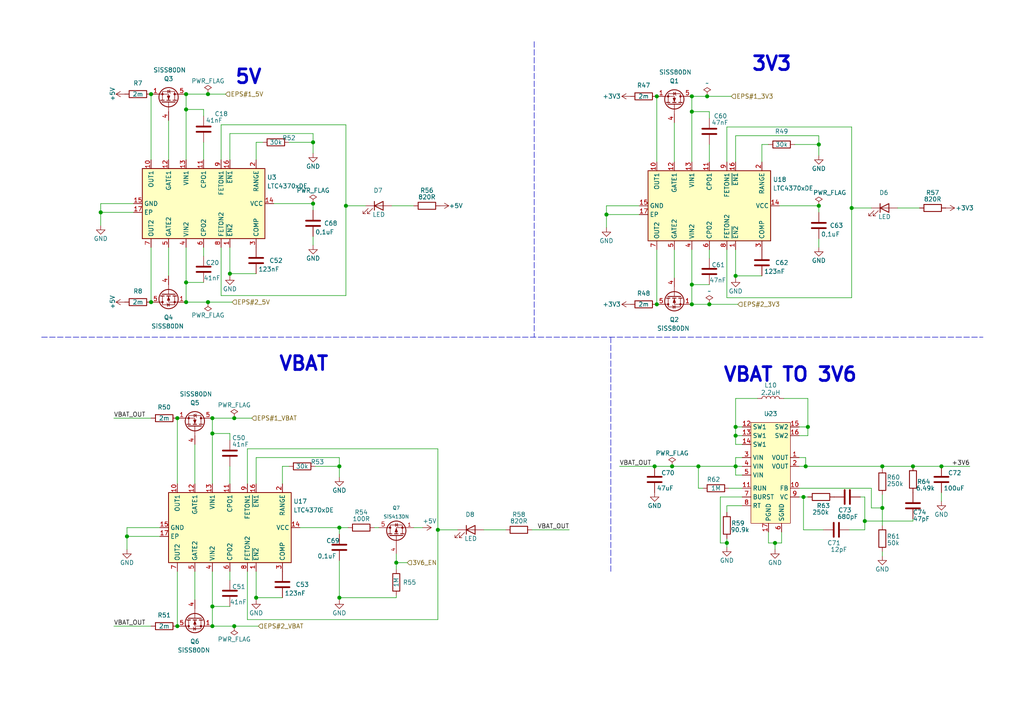
<source format=kicad_sch>
(kicad_sch (version 20210621) (generator eeschema)
  (paper "A4")
  (lib_symbols
    (symbol "Device:C" (pin_numbers hide) (pin_names (offset 0.254))
      (property "Reference" "C" (at 0.635 2.54 0))
      (property "Value" "C" (at 0.635 -2.54 0))
      (symbol "C_0_1"
        (polyline (pts (xy -2.032 -0.762) (xy 2.032 -0.762)) (stroke (width 0.508)))
        (polyline (pts (xy -2.032 0.762) (xy 2.032 0.762)) (stroke (width 0.508)))
      )
      (symbol "C_1_1"
        (pin passive line (at 0 3.81 270) (length 2.794) (name "~") (number "1"))
        (pin passive line (at 0 -3.81 90) (length 2.794) (name "~") (number "2"))
      )
    )
    (symbol "Device:L" (pin_numbers hide) (pin_names (offset 1.016) hide)
      (property "Reference" "L" (at -1.27 0 90))
      (property "Value" "L" (at 1.905 0 90))
      (symbol "L_0_1"
        (arc (start 0 -2.54) (end 0 -1.27) (radius (at 0 -1.905) (length 0.635) (angles -89.9 89.9)))
        (arc (start 0 -1.27) (end 0 0) (radius (at 0 -0.635) (length 0.635) (angles -89.9 89.9)))
        (arc (start 0 0) (end 0 1.27) (radius (at 0 0.635) (length 0.635) (angles -89.9 89.9)))
        (arc (start 0 1.27) (end 0 2.54) (radius (at 0 1.905) (length 0.635) (angles -89.9 89.9)))
      )
      (symbol "L_1_1"
        (pin passive line (at 0 3.81 270) (length 1.27) (name "1") (number "1"))
        (pin passive line (at 0 -3.81 90) (length 1.27) (name "2") (number "2"))
      )
    )
    (symbol "Device:LED" (pin_numbers hide) (pin_names (offset 1.016) hide)
      (property "Reference" "D" (at 0 2.54 0))
      (property "Value" "LED" (at 0 -2.54 0))
      (symbol "LED_0_1"
        (polyline (pts (xy -1.27 -1.27) (xy -1.27 1.27)) (stroke (width 0.254)))
        (polyline (pts (xy -1.27 0) (xy 1.27 0)))
        (polyline (pts (xy 1.27 -1.27) (xy 1.27 1.27) (xy -1.27 0) (xy 1.27 -1.27)) (stroke (width 0.254)))
        (polyline (pts (xy -3.048 -0.762) (xy -4.572 -2.286) (xy -3.81 -2.286) (xy -4.572 -2.286) (xy -4.572 -1.524)))
        (polyline (pts (xy -1.778 -0.762) (xy -3.302 -2.286) (xy -2.54 -2.286) (xy -3.302 -2.286) (xy -3.302 -1.524)))
      )
      (symbol "LED_1_1"
        (pin passive line (at -3.81 0 0) (length 2.54) (name "K") (number "1"))
        (pin passive line (at 3.81 0 180) (length 2.54) (name "A") (number "2"))
      )
    )
    (symbol "Device:R" (pin_numbers hide) (pin_names (offset 0))
      (property "Reference" "R" (at 2.032 0 90))
      (property "Value" "R" (at 0 0 90))
      (symbol "R_0_1"
        (rectangle (start -1.016 -2.54) (end 1.016 2.54) (stroke (width 0.254)))
      )
      (symbol "R_1_1"
        (pin passive line (at 0 3.81 270) (length 1.27) (name "~") (number "1"))
        (pin passive line (at 0 -3.81 90) (length 1.27) (name "~") (number "2"))
      )
    )
    (symbol "Power_Management:LTC4370xDE"
      (property "Reference" "U" (at -8.89 19.05 0))
      (property "Value" "LTC4370xDE" (at 7.62 19.05 0))
      (symbol "LTC4370xDE_0_1"
        (rectangle (start -10.16 17.78) (end 10.16 -17.78) (stroke (width 0.254)) (fill (type background)))
      )
      (symbol "LTC4370xDE_1_1"
        (pin input line (at 12.7 7.62 180) (length 2.54) (name "~{EN2}") (number "1"))
        (pin input line (at -12.7 -15.24 0) (length 2.54) (name "OUT1") (number "10"))
        (pin passive line (at -12.7 0 0) (length 2.54) (name "CPO1") (number "11"))
        (pin output line (at -12.7 -10.16 0) (length 2.54) (name "GATE1") (number "12"))
        (pin power_in line (at -12.7 -5.08 0) (length 2.54) (name "VIN1") (number "13"))
        (pin power_in line (at 0 20.32 270) (length 2.54) (name "VCC") (number "14"))
        (pin power_in line (at 0 -20.32 90) (length 2.54) (name "GND") (number "15"))
        (pin input line (at -12.7 7.62 0) (length 2.54) (name "~{EN1}") (number "16"))
        (pin passive line (at 2.54 -20.32 90) (length 2.54) (name "EP") (number "17"))
        (pin passive line (at -12.7 15.24 0) (length 2.54) (name "RANGE") (number "2"))
        (pin passive line (at 12.7 15.24 180) (length 2.54) (name "COMP") (number "3"))
        (pin power_in line (at 12.7 -5.08 180) (length 2.54) (name "VIN2") (number "4"))
        (pin output line (at 12.7 -10.16 180) (length 2.54) (name "GATE2") (number "5"))
        (pin passive line (at 12.7 0 180) (length 2.54) (name "CPO2") (number "6"))
        (pin input line (at 12.7 -15.24 180) (length 2.54) (name "OUT2") (number "7"))
        (pin open_collector line (at 12.7 5.08 180) (length 2.54) (name "FETON2") (number "8"))
        (pin open_collector line (at -12.7 5.08 0) (length 2.54) (name "FETON1") (number "9"))
      )
    )
    (symbol "TCY_transistors:SiS413DN" (pin_names hide)
      (property "Reference" "Q" (at 8.89 2.54 0))
      (property "Value" "SiS413DN" (at 8.89 0 0))
      (symbol "SiS413DN_0_1"
        (circle (center -0.889 0) (radius 2.794) (stroke (width 0.254)))
        (circle (center 0 -1.778) (radius 0.254) (fill (type outline)))
        (circle (center 0 1.778) (radius 0.254) (fill (type outline)))
        (polyline (pts (xy -2.286 0) (xy -5.08 0)))
        (polyline (pts (xy -2.286 1.905) (xy -2.286 -1.905)) (stroke (width 0.254)))
        (polyline (pts (xy -1.778 -1.27) (xy -1.778 -2.286)) (stroke (width 0.254)))
        (polyline (pts (xy -1.778 0.508) (xy -1.778 -0.508)) (stroke (width 0.254)))
        (polyline (pts (xy -1.778 2.286) (xy -1.778 1.27)) (stroke (width 0.254)))
        (polyline (pts (xy 0 2.54) (xy 0 1.778)))
        (polyline (pts (xy 0 -2.54) (xy 0 0) (xy -1.778 0)))
        (polyline (pts (xy -1.778 1.778) (xy 0.762 1.778) (xy 0.762 -1.778) (xy -1.778 -1.778)))
        (polyline (pts (xy 0.254 -0.508) (xy 0.381 -0.381) (xy 1.143 -0.381) (xy 1.27 -0.254)))
        (polyline (pts (xy 0.762 -0.381) (xy 0.381 0.254) (xy 1.143 0.254) (xy 0.762 -0.381)))
        (polyline (pts (xy -0.254 0) (xy -1.27 0.381) (xy -1.27 -0.381) (xy -0.254 0)) (fill (type outline)))
      )
      (symbol "SiS413DN_1_1"
        (pin passive line (at 0 -5.08 90) (length 2.54) (name "S") (number "1"))
        (pin passive line (at 0 -5.08 90) (length 2.54) hide (name "S") (number "2"))
        (pin passive line (at 0 -5.08 90) (length 2.54) hide (name "S") (number "3"))
        (pin passive line (at -7.62 0 0) (length 2.54) (name "G") (number "4"))
        (pin passive line (at 0 5.08 270) (length 2.54) (name "D") (number "5"))
      )
    )
    (symbol "Transistor_FET:SiS454DN" (pin_names hide)
      (property "Reference" "Q" (at 5.08 1.905 0))
      (property "Value" "SiS454DN" (at 5.08 0 0))
      (symbol "SiS454DN_0_1"
        (circle (center 1.651 0) (radius 2.794) (stroke (width 0.254)))
        (circle (center 2.54 -1.778) (radius 0.254) (fill (type outline)))
        (circle (center 2.54 1.778) (radius 0.254) (fill (type outline)))
        (polyline (pts (xy 0.254 0) (xy -2.54 0)))
        (polyline (pts (xy 0.254 1.905) (xy 0.254 -1.905)) (stroke (width 0.254)))
        (polyline (pts (xy 0.762 -1.27) (xy 0.762 -2.286)) (stroke (width 0.254)))
        (polyline (pts (xy 0.762 0.508) (xy 0.762 -0.508)) (stroke (width 0.254)))
        (polyline (pts (xy 0.762 2.286) (xy 0.762 1.27)) (stroke (width 0.254)))
        (polyline (pts (xy 2.54 2.54) (xy 2.54 1.778)))
        (polyline (pts (xy 2.54 -2.54) (xy 2.54 0) (xy 0.762 0)))
        (polyline (pts (xy 0.762 -1.778) (xy 3.302 -1.778) (xy 3.302 1.778) (xy 0.762 1.778)))
        (polyline (pts (xy 2.794 0.508) (xy 2.921 0.381) (xy 3.683 0.381) (xy 3.81 0.254)))
        (polyline (pts (xy 3.302 0.381) (xy 2.921 -0.254) (xy 3.683 -0.254) (xy 3.302 0.381)))
        (polyline (pts (xy 1.016 0) (xy 2.032 0.381) (xy 2.032 -0.381) (xy 1.016 0)) (fill (type outline)))
      )
      (symbol "SiS454DN_1_1"
        (pin passive line (at 2.54 -5.08 90) (length 2.54) (name "S") (number "1"))
        (pin passive line (at 2.54 -5.08 90) (length 2.54) hide (name "S") (number "2"))
        (pin passive line (at 2.54 -5.08 90) (length 2.54) hide (name "S") (number "3"))
        (pin input line (at -5.08 0 0) (length 2.54) (name "G") (number "4"))
        (pin passive line (at 2.54 5.08 270) (length 2.54) (name "D") (number "5"))
      )
    )
    (symbol "comm:LTC3113"
      (property "Reference" "U" (at 0 17.78 0))
      (property "Value" "LTC3113" (at 0 15.24 0))
      (symbol "LTC3113_0_1"
        (rectangle (start 6.35 -16.51) (end -5.08 12.7) (stroke (width 0.1524)) (fill (type background)))
      )
      (symbol "LTC3113_1_1"
        (pin power_out line (at 8.89 2.54 180) (length 2.54) (name "VOUT") (number "1"))
        (pin input line (at 8.89 -6.35 180) (length 2.54) (name "FB") (number "10"))
        (pin input line (at -7.62 -6.35 0) (length 2.54) (name "RUN") (number "11"))
        (pin input line (at -7.62 11.43 0) (length 2.54) (name "SW1") (number "12"))
        (pin input line (at -7.62 8.89 0) (length 2.54) (name "SW1") (number "13"))
        (pin input line (at -7.62 6.35 0) (length 2.54) (name "SW1") (number "14"))
        (pin input line (at 8.89 11.43 180) (length 2.54) (name "SW2") (number "15"))
        (pin input line (at 8.89 8.89 180) (length 2.54) (name "SW2") (number "16"))
        (pin power_out line (at 0 -19.05 90) (length 2.54) (name "PGND") (number "17"))
        (pin power_out line (at 8.89 0 180) (length 2.54) (name "VOUT") (number "2"))
        (pin power_in line (at -7.62 2.54 0) (length 2.54) (name "VIN") (number "3"))
        (pin power_in line (at -7.62 0 0) (length 2.54) (name "VIN") (number "4"))
        (pin power_in line (at -7.62 -2.54 0) (length 2.54) (name "VIN") (number "5"))
        (pin power_out line (at 3.81 -19.05 90) (length 2.54) (name "SGND") (number "6"))
        (pin input line (at -7.62 -8.89 0) (length 2.54) (name "BURST") (number "7"))
        (pin input line (at -7.62 -11.43 0) (length 2.54) (name "RT") (number "8"))
        (pin input line (at 8.89 -8.89 180) (length 2.54) (name "VC") (number "9"))
      )
    )
    (symbol "power:+3V3" (power) (pin_names (offset 0))
      (property "Value" "+3V3" (at 0 3.556 0))
      (symbol "+3V3_0_1"
        (polyline (pts (xy -0.762 1.27) (xy 0 2.54)))
        (polyline (pts (xy 0 0) (xy 0 2.54)))
        (polyline (pts (xy 0 2.54) (xy 0.762 1.27)))
      )
      (symbol "+3V3_1_1"
        (pin power_in line (at 0 0 90) (length 0) hide (name "+3V3") (number "1"))
      )
    )
    (symbol "power:+5V" (power) (pin_names (offset 0))
      (property "Value" "+5V" (at 0 3.556 0))
      (symbol "+5V_0_1"
        (polyline (pts (xy -0.762 1.27) (xy 0 2.54)))
        (polyline (pts (xy 0 0) (xy 0 2.54)))
        (polyline (pts (xy 0 2.54) (xy 0.762 1.27)))
      )
      (symbol "+5V_1_1"
        (pin power_in line (at 0 0 90) (length 0) hide (name "+5V") (number "1"))
      )
    )
    (symbol "power:GND" (power) (pin_names (offset 0))
      (property "Value" "GND" (at 0 -3.81 0))
      (symbol "GND_0_1"
        (polyline (pts (xy 0 0) (xy 0 -1.27) (xy 1.27 -1.27) (xy 0 -2.54) (xy -1.27 -1.27) (xy 0 -1.27)))
      )
      (symbol "GND_1_1"
        (pin power_in line (at 0 0 270) (length 0) hide (name "GND") (number "1"))
      )
    )
    (symbol "power:PWR_FLAG" (power) (pin_numbers hide) (pin_names (offset 0) hide)
      (property "Value" "PWR_FLAG" (at 0 3.81 0))
      (symbol "PWR_FLAG_0_0"
        (pin power_out line (at 0 0 90) (length 0) (name "pwr") (number "1"))
      )
      (symbol "PWR_FLAG_0_1"
        (polyline (pts (xy 0 0) (xy 0 1.27) (xy -1.016 1.905) (xy 0 2.54) (xy 1.016 1.905) (xy 0 1.27)))
      )
    )
  )
  (junction (at 29.21 61.595) (diameter 1.016))
  (junction (at 36.83 155.575) (diameter 1.016))
  (junction (at 43.815 27.305) (diameter 1.016))
  (junction (at 43.815 87.63) (diameter 1.016))
  (junction (at 51.435 121.285) (diameter 1.016))
  (junction (at 51.435 181.61) (diameter 1.016))
  (junction (at 53.975 27.305) (diameter 1.016))
  (junction (at 53.975 31.75) (diameter 1.016))
  (junction (at 53.975 81.915) (diameter 1.016))
  (junction (at 53.975 87.63) (diameter 1.016))
  (junction (at 60.325 27.305) (diameter 1.016))
  (junction (at 60.325 87.63) (diameter 1.016))
  (junction (at 61.595 121.285) (diameter 1.016))
  (junction (at 61.595 125.73) (diameter 1.016))
  (junction (at 61.595 175.895) (diameter 1.016))
  (junction (at 61.595 181.61) (diameter 1.016))
  (junction (at 66.675 79.375) (diameter 1.016))
  (junction (at 67.945 121.285) (diameter 1.016))
  (junction (at 67.945 181.61) (diameter 1.016))
  (junction (at 74.295 173.355) (diameter 1.016))
  (junction (at 90.805 41.275) (diameter 1.016))
  (junction (at 90.805 59.055) (diameter 1.016))
  (junction (at 98.425 135.255) (diameter 1.016))
  (junction (at 98.425 153.035) (diameter 1.016))
  (junction (at 98.425 173.355) (diameter 1.016))
  (junction (at 100.33 59.69) (diameter 1.016))
  (junction (at 114.935 163.195) (diameter 1.016))
  (junction (at 127 153.67) (diameter 1.016))
  (junction (at 175.895 62.23) (diameter 1.016))
  (junction (at 189.865 135.255) (diameter 1.016))
  (junction (at 190.5 27.94) (diameter 1.016))
  (junction (at 190.5 88.265) (diameter 1.016))
  (junction (at 194.945 135.255) (diameter 1.016))
  (junction (at 200.66 27.94) (diameter 1.016))
  (junction (at 200.66 32.385) (diameter 1.016))
  (junction (at 200.66 82.55) (diameter 1.016))
  (junction (at 200.66 88.265) (diameter 1.016))
  (junction (at 202.565 135.255) (diameter 1.016))
  (junction (at 205.105 27.94) (diameter 1.016))
  (junction (at 205.74 88.265) (diameter 1.016))
  (junction (at 210.82 157.48) (diameter 1.016))
  (junction (at 213.36 80.01) (diameter 1.016))
  (junction (at 213.36 123.825) (diameter 1.016))
  (junction (at 213.36 126.365) (diameter 1.016))
  (junction (at 213.36 135.255) (diameter 1.016))
  (junction (at 224.79 157.48) (diameter 1.016))
  (junction (at 233.045 144.145) (diameter 1.016))
  (junction (at 233.68 135.255) (diameter 1.016))
  (junction (at 234.315 123.825) (diameter 1.016))
  (junction (at 237.49 41.91) (diameter 1.016))
  (junction (at 237.49 59.69) (diameter 1.016))
  (junction (at 247.015 60.325) (diameter 1.016))
  (junction (at 250.825 151.13) (diameter 1.016))
  (junction (at 255.905 135.255) (diameter 1.016))
  (junction (at 255.905 147.32) (diameter 1.016))
  (junction (at 264.795 135.255) (diameter 1.016))
  (junction (at 273.05 135.255) (diameter 1.016))
  (wire (pts (xy 29.21 59.055) (xy 29.21 61.595)))
  (wire (pts (xy 29.21 61.595) (xy 29.21 65.405)))
  (wire (pts (xy 33.02 121.285) (xy 43.815 121.285)))
  (wire (pts (xy 33.02 181.61) (xy 43.815 181.61)))
  (wire (pts (xy 36.83 153.035) (xy 36.83 155.575)))
  (wire (pts (xy 36.83 155.575) (xy 36.83 159.385)))
  (wire (pts (xy 38.735 59.055) (xy 29.21 59.055)))
  (wire (pts (xy 38.735 61.595) (xy 29.21 61.595)))
  (wire (pts (xy 43.815 27.305) (xy 43.815 46.355)))
  (wire (pts (xy 43.815 71.755) (xy 43.815 87.63)))
  (wire (pts (xy 46.355 153.035) (xy 36.83 153.035)))
  (wire (pts (xy 46.355 155.575) (xy 36.83 155.575)))
  (wire (pts (xy 48.895 34.925) (xy 48.895 46.355)))
  (wire (pts (xy 48.895 71.755) (xy 48.895 80.01)))
  (wire (pts (xy 51.435 121.285) (xy 51.435 140.335)))
  (wire (pts (xy 51.435 165.735) (xy 51.435 181.61)))
  (wire (pts (xy 53.975 27.305) (xy 53.975 31.75)))
  (wire (pts (xy 53.975 27.305) (xy 60.325 27.305)))
  (wire (pts (xy 53.975 31.75) (xy 53.975 46.355)))
  (wire (pts (xy 53.975 71.755) (xy 53.975 81.915)))
  (wire (pts (xy 53.975 81.915) (xy 53.975 87.63)))
  (wire (pts (xy 53.975 81.915) (xy 59.055 81.915)))
  (wire (pts (xy 53.975 87.63) (xy 60.325 87.63)))
  (wire (pts (xy 56.515 128.905) (xy 56.515 140.335)))
  (wire (pts (xy 56.515 165.735) (xy 56.515 173.99)))
  (wire (pts (xy 59.055 31.75) (xy 53.975 31.75)))
  (wire (pts (xy 59.055 33.655) (xy 59.055 31.75)))
  (wire (pts (xy 59.055 41.275) (xy 59.055 46.355)))
  (wire (pts (xy 59.055 71.755) (xy 59.055 74.295)))
  (wire (pts (xy 60.325 27.305) (xy 65.405 27.305)))
  (wire (pts (xy 60.325 87.63) (xy 67.31 87.63)))
  (wire (pts (xy 61.595 121.285) (xy 61.595 125.73)))
  (wire (pts (xy 61.595 121.285) (xy 67.945 121.285)))
  (wire (pts (xy 61.595 125.73) (xy 61.595 140.335)))
  (wire (pts (xy 61.595 165.735) (xy 61.595 175.895)))
  (wire (pts (xy 61.595 175.895) (xy 61.595 181.61)))
  (wire (pts (xy 61.595 175.895) (xy 66.675 175.895)))
  (wire (pts (xy 61.595 181.61) (xy 67.945 181.61)))
  (wire (pts (xy 64.135 36.195) (xy 64.135 46.355)))
  (wire (pts (xy 64.135 36.195) (xy 100.33 36.195)))
  (wire (pts (xy 64.135 71.755) (xy 64.135 85.725)))
  (wire (pts (xy 64.135 85.725) (xy 100.33 85.725)))
  (wire (pts (xy 66.675 38.735) (xy 66.675 46.355)))
  (wire (pts (xy 66.675 38.735) (xy 90.805 38.735)))
  (wire (pts (xy 66.675 71.755) (xy 66.675 79.375)))
  (wire (pts (xy 66.675 79.375) (xy 66.675 80.01)))
  (wire (pts (xy 66.675 125.73) (xy 61.595 125.73)))
  (wire (pts (xy 66.675 127.635) (xy 66.675 125.73)))
  (wire (pts (xy 66.675 135.255) (xy 66.675 140.335)))
  (wire (pts (xy 66.675 165.735) (xy 66.675 168.275)))
  (wire (pts (xy 67.945 121.285) (xy 73.025 121.285)))
  (wire (pts (xy 67.945 181.61) (xy 74.93 181.61)))
  (wire (pts (xy 71.755 130.175) (xy 71.755 140.335)))
  (wire (pts (xy 71.755 130.175) (xy 127 130.175)))
  (wire (pts (xy 71.755 165.735) (xy 71.755 179.705)))
  (wire (pts (xy 71.755 179.705) (xy 127 179.705)))
  (wire (pts (xy 74.295 41.275) (xy 76.2 41.275)))
  (wire (pts (xy 74.295 46.355) (xy 74.295 41.275)))
  (wire (pts (xy 74.295 79.375) (xy 66.675 79.375)))
  (wire (pts (xy 74.295 132.715) (xy 74.295 140.335)))
  (wire (pts (xy 74.295 132.715) (xy 98.425 132.715)))
  (wire (pts (xy 74.295 165.735) (xy 74.295 173.355)))
  (wire (pts (xy 74.295 173.355) (xy 74.295 173.99)))
  (wire (pts (xy 79.375 59.055) (xy 90.805 59.055)))
  (wire (pts (xy 81.915 135.255) (xy 83.82 135.255)))
  (wire (pts (xy 81.915 140.335) (xy 81.915 135.255)))
  (wire (pts (xy 81.915 173.355) (xy 74.295 173.355)))
  (wire (pts (xy 83.82 41.275) (xy 90.805 41.275)))
  (wire (pts (xy 86.995 153.035) (xy 98.425 153.035)))
  (wire (pts (xy 90.805 38.735) (xy 90.805 41.275)))
  (wire (pts (xy 90.805 41.275) (xy 90.805 44.45)))
  (wire (pts (xy 90.805 59.055) (xy 90.805 60.96)))
  (wire (pts (xy 90.805 68.58) (xy 90.805 71.12)))
  (wire (pts (xy 91.44 135.255) (xy 98.425 135.255)))
  (wire (pts (xy 98.425 132.715) (xy 98.425 135.255)))
  (wire (pts (xy 98.425 135.255) (xy 98.425 138.43)))
  (wire (pts (xy 98.425 153.035) (xy 98.425 154.94)))
  (wire (pts (xy 98.425 153.035) (xy 100.965 153.035)))
  (wire (pts (xy 98.425 162.56) (xy 98.425 173.355)))
  (wire (pts (xy 98.425 173.355) (xy 98.425 173.99)))
  (wire (pts (xy 98.425 173.355) (xy 114.935 173.355)))
  (wire (pts (xy 100.33 36.195) (xy 100.33 59.69)))
  (wire (pts (xy 100.33 59.69) (xy 100.33 85.725)))
  (wire (pts (xy 106.045 59.69) (xy 100.33 59.69)))
  (wire (pts (xy 108.585 153.035) (xy 109.855 153.035)))
  (wire (pts (xy 113.665 59.69) (xy 120.015 59.69)))
  (wire (pts (xy 114.935 160.655) (xy 114.935 163.195)))
  (wire (pts (xy 114.935 163.195) (xy 114.935 165.1)))
  (wire (pts (xy 114.935 163.195) (xy 118.11 163.195)))
  (wire (pts (xy 114.935 172.72) (xy 114.935 173.355)))
  (wire (pts (xy 120.015 153.035) (xy 122.555 153.035)))
  (wire (pts (xy 127 130.175) (xy 127 153.67)))
  (wire (pts (xy 127 179.705) (xy 127 153.67)))
  (wire (pts (xy 132.715 153.67) (xy 127 153.67)))
  (wire (pts (xy 140.335 153.67) (xy 146.685 153.67)))
  (wire (pts (xy 165.1 153.67) (xy 154.305 153.67)))
  (wire (pts (xy 175.895 59.69) (xy 175.895 62.23)))
  (wire (pts (xy 175.895 62.23) (xy 175.895 66.04)))
  (wire (pts (xy 179.705 135.255) (xy 189.865 135.255)))
  (wire (pts (xy 185.42 59.69) (xy 175.895 59.69)))
  (wire (pts (xy 185.42 62.23) (xy 175.895 62.23)))
  (wire (pts (xy 189.865 135.255) (xy 194.945 135.255)))
  (wire (pts (xy 190.5 27.94) (xy 190.5 46.99)))
  (wire (pts (xy 190.5 72.39) (xy 190.5 88.265)))
  (wire (pts (xy 194.945 135.255) (xy 202.565 135.255)))
  (wire (pts (xy 195.58 35.56) (xy 195.58 46.99)))
  (wire (pts (xy 195.58 72.39) (xy 195.58 80.645)))
  (wire (pts (xy 200.66 27.94) (xy 200.66 32.385)))
  (wire (pts (xy 200.66 27.94) (xy 205.105 27.94)))
  (wire (pts (xy 200.66 32.385) (xy 200.66 46.99)))
  (wire (pts (xy 200.66 72.39) (xy 200.66 82.55)))
  (wire (pts (xy 200.66 82.55) (xy 200.66 88.265)))
  (wire (pts (xy 200.66 82.55) (xy 205.74 82.55)))
  (wire (pts (xy 200.66 88.265) (xy 205.74 88.265)))
  (wire (pts (xy 202.565 135.255) (xy 202.565 141.605)))
  (wire (pts (xy 202.565 135.255) (xy 213.36 135.255)))
  (wire (pts (xy 203.835 141.605) (xy 202.565 141.605)))
  (wire (pts (xy 205.105 27.94) (xy 212.09 27.94)))
  (wire (pts (xy 205.74 32.385) (xy 200.66 32.385)))
  (wire (pts (xy 205.74 34.29) (xy 205.74 32.385)))
  (wire (pts (xy 205.74 41.91) (xy 205.74 46.99)))
  (wire (pts (xy 205.74 72.39) (xy 205.74 74.93)))
  (wire (pts (xy 205.74 88.265) (xy 213.995 88.265)))
  (wire (pts (xy 208.915 144.145) (xy 208.915 157.48)))
  (wire (pts (xy 208.915 157.48) (xy 210.82 157.48)))
  (wire (pts (xy 210.82 36.83) (xy 210.82 46.99)))
  (wire (pts (xy 210.82 36.83) (xy 247.015 36.83)))
  (wire (pts (xy 210.82 72.39) (xy 210.82 86.36)))
  (wire (pts (xy 210.82 86.36) (xy 247.015 86.36)))
  (wire (pts (xy 210.82 146.685) (xy 215.265 146.685)))
  (wire (pts (xy 210.82 148.59) (xy 210.82 146.685)))
  (wire (pts (xy 210.82 156.21) (xy 210.82 157.48)))
  (wire (pts (xy 210.82 157.48) (xy 210.82 158.75)))
  (wire (pts (xy 211.455 141.605) (xy 215.265 141.605)))
  (wire (pts (xy 213.36 39.37) (xy 213.36 46.99)))
  (wire (pts (xy 213.36 39.37) (xy 237.49 39.37)))
  (wire (pts (xy 213.36 72.39) (xy 213.36 80.01)))
  (wire (pts (xy 213.36 80.01) (xy 213.36 80.645)))
  (wire (pts (xy 213.36 115.57) (xy 219.71 115.57)))
  (wire (pts (xy 213.36 123.825) (xy 213.36 115.57)))
  (wire (pts (xy 213.36 123.825) (xy 213.36 126.365)))
  (wire (pts (xy 213.36 126.365) (xy 213.36 128.905)))
  (wire (pts (xy 213.36 126.365) (xy 215.265 126.365)))
  (wire (pts (xy 213.36 132.715) (xy 213.36 135.255)))
  (wire (pts (xy 213.36 135.255) (xy 215.265 135.255)))
  (wire (pts (xy 213.36 137.795) (xy 213.36 135.255)))
  (wire (pts (xy 215.265 123.825) (xy 213.36 123.825)))
  (wire (pts (xy 215.265 128.905) (xy 213.36 128.905)))
  (wire (pts (xy 215.265 132.715) (xy 213.36 132.715)))
  (wire (pts (xy 215.265 137.795) (xy 213.36 137.795)))
  (wire (pts (xy 215.265 144.145) (xy 208.915 144.145)))
  (wire (pts (xy 220.98 41.91) (xy 222.885 41.91)))
  (wire (pts (xy 220.98 46.99) (xy 220.98 41.91)))
  (wire (pts (xy 220.98 80.01) (xy 213.36 80.01)))
  (wire (pts (xy 222.885 154.305) (xy 222.885 157.48)))
  (wire (pts (xy 222.885 157.48) (xy 224.79 157.48)))
  (wire (pts (xy 224.79 157.48) (xy 224.79 159.385)))
  (wire (pts (xy 224.79 157.48) (xy 226.695 157.48)))
  (wire (pts (xy 226.06 59.69) (xy 237.49 59.69)))
  (wire (pts (xy 226.695 154.305) (xy 226.695 157.48)))
  (wire (pts (xy 230.505 41.91) (xy 237.49 41.91)))
  (wire (pts (xy 231.775 123.825) (xy 234.315 123.825)))
  (wire (pts (xy 231.775 126.365) (xy 234.315 126.365)))
  (wire (pts (xy 231.775 132.715) (xy 233.68 132.715)))
  (wire (pts (xy 231.775 135.255) (xy 233.68 135.255)))
  (wire (pts (xy 231.775 141.605) (xy 252.73 141.605)))
  (wire (pts (xy 231.775 144.145) (xy 233.045 144.145)))
  (wire (pts (xy 233.045 144.145) (xy 233.045 153.67)))
  (wire (pts (xy 233.045 144.145) (xy 234.315 144.145)))
  (wire (pts (xy 233.68 132.715) (xy 233.68 135.255)))
  (wire (pts (xy 233.68 135.255) (xy 255.905 135.255)))
  (wire (pts (xy 234.315 115.57) (xy 227.33 115.57)))
  (wire (pts (xy 234.315 123.825) (xy 234.315 115.57)))
  (wire (pts (xy 234.315 126.365) (xy 234.315 123.825)))
  (wire (pts (xy 237.49 39.37) (xy 237.49 41.91)))
  (wire (pts (xy 237.49 41.91) (xy 237.49 45.085)))
  (wire (pts (xy 237.49 59.69) (xy 237.49 61.595)))
  (wire (pts (xy 237.49 69.215) (xy 237.49 71.755)))
  (wire (pts (xy 238.76 153.67) (xy 233.045 153.67)))
  (wire (pts (xy 246.38 153.67) (xy 250.825 153.67)))
  (wire (pts (xy 247.015 36.83) (xy 247.015 60.325)))
  (wire (pts (xy 247.015 60.325) (xy 247.015 86.36)))
  (wire (pts (xy 249.555 144.145) (xy 250.825 144.145)))
  (wire (pts (xy 250.825 144.145) (xy 250.825 151.13)))
  (wire (pts (xy 250.825 151.13) (xy 250.825 153.67)))
  (wire (pts (xy 250.825 151.13) (xy 264.795 151.13)))
  (wire (pts (xy 252.73 60.325) (xy 247.015 60.325)))
  (wire (pts (xy 252.73 141.605) (xy 252.73 147.32)))
  (wire (pts (xy 252.73 147.32) (xy 255.905 147.32)))
  (wire (pts (xy 255.905 135.255) (xy 255.905 135.89)))
  (wire (pts (xy 255.905 135.255) (xy 264.795 135.255)))
  (wire (pts (xy 255.905 143.51) (xy 255.905 147.32)))
  (wire (pts (xy 255.905 147.32) (xy 255.905 152.4)))
  (wire (pts (xy 255.905 160.02) (xy 255.905 161.29)))
  (wire (pts (xy 260.35 60.325) (xy 266.7 60.325)))
  (wire (pts (xy 264.795 135.255) (xy 273.05 135.255)))
  (wire (pts (xy 264.795 151.13) (xy 264.795 150.495)))
  (wire (pts (xy 273.05 135.255) (xy 281.305 135.255)))
  (wire (pts (xy 273.05 142.875) (xy 273.05 145.415)))
  (polyline (pts (xy 12.065 97.79) (xy 285.115 97.79)) (stroke (width 0) (type dash)))
  (polyline (pts (xy 154.94 12.065) (xy 154.94 97.79)) (stroke (width 0) (type dash)))
  (polyline (pts (xy 177.165 97.79) (xy 177.165 165.735)) (stroke (width 0) (type dash)))
  (text "5V" (at 67.945 24.765 0) (effects (font (size 4 4) (thickness 0.8) bold) (justify left bottom)))
  (text "VBAT" (at 80.645 107.95 0) (effects (font (size 4 4) (thickness 0.8) bold) (justify left bottom)))
  (text "VBAT TO 3V6" (at 209.55 111.125 0) (effects (font (size 4 4) (thickness 0.8) bold) (justify left bottom)))
  (text "3V3\n" (at 217.805 20.955 0) (effects (font (size 4 4) (thickness 0.8) bold) (justify left bottom)))
  (label "VBAT_OUT" (at 33.02 121.285 0))
  (label "VBAT_OUT" (at 33.02 181.61 0))
  (label "VBAT_OUT" (at 165.1 153.67 180))
  (label "VBAT_OUT" (at 179.705 135.255 0))
  (label "+3V6" (at 281.305 135.255 180))
  (hierarchical_label "EPS#1_5V" (shape input) (at 65.405 27.305 0))
  (hierarchical_label "EPS#2_5V" (shape input) (at 67.31 87.63 0))
  (hierarchical_label "EPS#1_VBAT" (shape input) (at 73.025 121.285 0))
  (hierarchical_label "EPS#2_VBAT" (shape input) (at 74.93 181.61 0))
  (hierarchical_label "3V6_EN" (shape input) (at 118.11 163.195 0))
  (hierarchical_label "EPS#1_3V3" (shape input) (at 212.09 27.94 0))
  (hierarchical_label "EPS#2_3V3" (shape input) (at 213.995 88.265 0))
  (symbol (lib_id "power:+5V") (at 36.195 27.305 90) (unit 1)
    (property "Reference" "#PWR05" (effects hide))
    (property "Value" "+5V" (at 32.639 27.305 0))
  )
  (symbol (lib_id "power:+5V") (at 36.195 87.63 90) (unit 1)
    (property "Reference" "#PWR06" (effects hide))
    (property "Value" "+5V" (at 32.639 87.63 0))
  )
  (symbol (lib_id "power:+5V") (at 122.555 153.035 270) (unit 1)
    (property "Reference" "#PWR014" (effects hide))
    (property "Value" "+5V" (at 122.555 151.1299 90) (effects (justify left)))
  )
  (symbol (lib_id "power:+5V") (at 127.635 59.69 270) (unit 1)
    (property "Reference" "#PWR015" (effects hide))
    (property "Value" "+5V" (at 130.175 59.6899 90) (effects (justify left)))
  )
  (symbol (lib_id "power:+3V3") (at 182.88 27.94 90) (unit 1)
    (property "Reference" "#PWR0159" (effects hide))
    (property "Value" "+3V3" (at 177.419 27.94 90))
  )
  (symbol (lib_id "power:+3V3") (at 182.88 88.265 90) (unit 1)
    (property "Reference" "#PWR0160" (effects hide))
    (property "Value" "+3V3" (at 177.419 88.265 90))
  )
  (symbol (lib_id "power:+3V3") (at 274.32 60.325 270) (unit 1)
    (property "Reference" "#PWR0164" (effects hide))
    (property "Value" "+3V3" (at 279.781 60.325 90))
  )
  (symbol (lib_id "power:PWR_FLAG") (at 60.325 27.305 0) (unit 1)
    (property "Reference" "#FLG02" (effects hide))
    (property "Value" "PWR_FLAG" (at 60.325 23.495 0))
  )
  (symbol (lib_id "power:PWR_FLAG") (at 60.325 87.63 180) (unit 1)
    (property "Reference" "#FLG03" (effects hide))
    (property "Value" "PWR_FLAG" (at 60.325 91.44 0))
  )
  (symbol (lib_id "power:PWR_FLAG") (at 67.945 121.285 0) (unit 1)
    (property "Reference" "#FLG04" (effects hide))
    (property "Value" "PWR_FLAG" (at 67.945 117.475 0))
  )
  (symbol (lib_id "power:PWR_FLAG") (at 67.945 181.61 180) (unit 1)
    (property "Reference" "#FLG05" (effects hide))
    (property "Value" "PWR_FLAG" (at 67.945 185.42 0))
  )
  (symbol (lib_id "power:PWR_FLAG") (at 90.805 59.055 0) (unit 1)
    (property "Reference" "#FLG06" (effects hide))
    (property "Value" "PWR_FLAG" (at 90.805 55.245 0))
  )
  (symbol (lib_id "power:PWR_FLAG") (at 194.945 135.255 0) (unit 1)
    (property "Reference" "#FLG0104" (effects hide))
    (property "Value" "PWR_FLAG" (at 194.945 131.445 0))
  )
  (symbol (lib_id "power:PWR_FLAG") (at 205.105 27.94 0) (unit 1)
    (property "Reference" "#FLG0105" (effects hide))
    (property "Value" "~" (at 205.105 24.13 0))
  )
  (symbol (lib_id "power:PWR_FLAG") (at 205.74 88.265 0) (unit 1)
    (property "Reference" "#FLG0106" (effects hide))
    (property "Value" "~" (at 205.74 84.455 0))
  )
  (symbol (lib_id "power:PWR_FLAG") (at 237.49 59.69 0) (unit 1)
    (property "Reference" "#FLG0107" (effects hide))
    (property "Value" "PWR_FLAG" (at 240.665 55.88 0))
  )
  (symbol (lib_id "power:GND") (at 29.21 65.405 0) (unit 1)
    (property "Reference" "#PWR04" (effects hide))
    (property "Value" "GND" (at 29.21 69.215 0))
  )
  (symbol (lib_id "power:GND") (at 36.83 159.385 0) (unit 1)
    (property "Reference" "#PWR07" (effects hide))
    (property "Value" "GND" (at 36.83 163.195 0))
  )
  (symbol (lib_id "power:GND") (at 66.675 80.01 0) (unit 1)
    (property "Reference" "#PWR08" (effects hide))
    (property "Value" "GND" (at 66.675 83.82 0))
  )
  (symbol (lib_id "power:GND") (at 74.295 173.99 0) (unit 1)
    (property "Reference" "#PWR09" (effects hide))
    (property "Value" "GND" (at 74.295 177.8 0))
  )
  (symbol (lib_id "power:GND") (at 90.805 44.45 0) (unit 1)
    (property "Reference" "#PWR010" (effects hide))
    (property "Value" "GND" (at 90.805 48.26 0))
  )
  (symbol (lib_id "power:GND") (at 90.805 71.12 0) (unit 1)
    (property "Reference" "#PWR011" (effects hide))
    (property "Value" "GND" (at 90.805 74.93 0))
  )
  (symbol (lib_id "power:GND") (at 98.425 138.43 0) (unit 1)
    (property "Reference" "#PWR012" (effects hide))
    (property "Value" "GND" (at 98.425 142.24 0))
  )
  (symbol (lib_id "power:GND") (at 98.425 173.99 0) (unit 1)
    (property "Reference" "#PWR013" (effects hide))
    (property "Value" "GND" (at 98.425 177.8 0))
  )
  (symbol (lib_id "power:GND") (at 175.895 66.04 0) (unit 1)
    (property "Reference" "#PWR0140" (effects hide))
    (property "Value" "GND" (at 175.895 69.85 0))
  )
  (symbol (lib_id "power:GND") (at 189.865 142.875 0) (unit 1)
    (property "Reference" "#PWR016" (effects hide))
    (property "Value" "GND" (at 189.865 146.685 0))
  )
  (symbol (lib_id "power:GND") (at 210.82 158.75 0) (unit 1)
    (property "Reference" "#PWR017" (effects hide))
    (property "Value" "GND" (at 210.82 162.56 0))
  )
  (symbol (lib_id "power:GND") (at 213.36 80.645 0) (unit 1)
    (property "Reference" "#PWR0163" (effects hide))
    (property "Value" "GND" (at 213.36 84.455 0))
  )
  (symbol (lib_id "power:GND") (at 224.79 159.385 0) (unit 1)
    (property "Reference" "#PWR018" (effects hide))
    (property "Value" "GND" (at 224.79 163.195 0))
  )
  (symbol (lib_id "power:GND") (at 237.49 45.085 0) (unit 1)
    (property "Reference" "#PWR0162" (effects hide))
    (property "Value" "GND" (at 237.49 48.895 0))
  )
  (symbol (lib_id "power:GND") (at 237.49 71.755 0) (unit 1)
    (property "Reference" "#PWR0161" (effects hide))
    (property "Value" "GND" (at 237.49 75.565 0))
  )
  (symbol (lib_id "power:GND") (at 255.905 161.29 0) (unit 1)
    (property "Reference" "#PWR019" (effects hide))
    (property "Value" "GND" (at 255.905 165.1 0))
  )
  (symbol (lib_id "power:GND") (at 273.05 145.415 0) (unit 1)
    (property "Reference" "#PWR020" (effects hide))
    (property "Value" "GND" (at 273.05 149.225 0))
  )
  (symbol (lib_id "Device:L") (at 223.52 115.57 90) (unit 1)
    (property "Reference" "L10" (at 223.52 111.7304 90))
    (property "Value" "2.2uH" (at 223.52 113.8705 90))
    (property "Footprint" "Inductor_SMD:L_0603_1608Metric" (effects hide))
  )
  (symbol (lib_id "Device:R") (at 40.005 27.305 90) (unit 1)
    (property "Reference" "R7" (at 40.005 24.13 90))
    (property "Value" "2m" (at 40.005 27.305 90))
    (property "Footprint" "Resistor_SMD:R_0603_1608Metric" (effects hide))
  )
  (symbol (lib_id "Device:R") (at 40.005 87.63 90) (unit 1)
    (property "Reference" "R8" (at 40.005 84.455 90))
    (property "Value" "2m" (at 40.005 87.63 90))
    (property "Footprint" "Resistor_SMD:R_0603_1608Metric" (effects hide))
  )
  (symbol (lib_id "Device:R") (at 47.625 121.285 90) (unit 1)
    (property "Reference" "R50" (at 47.625 118.11 90))
    (property "Value" "2m" (at 47.625 121.285 90))
    (property "Footprint" "Resistor_SMD:R_0603_1608Metric" (effects hide))
  )
  (symbol (lib_id "Device:R") (at 47.625 181.61 90) (unit 1)
    (property "Reference" "R51" (at 47.625 178.435 90))
    (property "Value" "2m" (at 47.625 181.61 90))
    (property "Footprint" "Resistor_SMD:R_0603_1608Metric" (effects hide))
  )
  (symbol (lib_id "Device:R") (at 80.01 41.275 270) (unit 1)
    (property "Reference" "R52" (at 83.82 40.005 90))
    (property "Value" "30k" (at 80.01 41.275 90))
    (property "Footprint" "Resistor_SMD:R_0603_1608Metric" (effects hide))
  )
  (symbol (lib_id "Device:R") (at 87.63 135.255 270) (unit 1)
    (property "Reference" "R53" (at 92.075 133.985 90))
    (property "Value" "30k" (at 87.63 135.255 90))
    (property "Footprint" "Resistor_SMD:R_0603_1608Metric" (effects hide))
  )
  (symbol (lib_id "Device:R") (at 104.775 153.035 90) (unit 1)
    (property "Reference" "R54" (at 104.775 148.59 90))
    (property "Value" "100R" (at 104.775 150.495 90))
    (property "Footprint" "Inductor_SMD:L_0603_1608Metric" (effects hide))
  )
  (symbol (lib_id "Device:R") (at 114.935 168.91 0) (unit 1)
    (property "Reference" "R55" (at 116.84 168.9099 0) (effects (justify left)))
    (property "Value" "1M" (at 114.935 168.91 90))
    (property "Footprint" "Inductor_SMD:L_0603_1608Metric" (effects hide))
  )
  (symbol (lib_id "Device:R") (at 123.825 59.69 90) (unit 1)
    (property "Reference" "R56" (at 123.825 55.245 90))
    (property "Value" "820R" (at 123.825 57.15 90))
    (property "Footprint" "Inductor_SMD:L_0603_1608Metric" (effects hide))
  )
  (symbol (lib_id "Device:R") (at 150.495 153.67 90) (unit 1)
    (property "Reference" "R58" (at 150.495 149.225 90))
    (property "Value" "820R" (at 150.495 151.13 90))
    (property "Footprint" "Inductor_SMD:L_0603_1608Metric" (effects hide))
  )
  (symbol (lib_id "Device:R") (at 186.69 27.94 90) (unit 1)
    (property "Reference" "R47" (at 186.69 24.765 90))
    (property "Value" "2m" (at 186.69 27.94 90))
    (property "Footprint" "Resistor_SMD:R_0603_1608Metric" (effects hide))
  )
  (symbol (lib_id "Device:R") (at 186.69 88.265 90) (unit 1)
    (property "Reference" "R48" (at 186.69 85.09 90))
    (property "Value" "2m" (at 186.69 88.265 90))
    (property "Footprint" "Resistor_SMD:R_0603_1608Metric" (effects hide))
  )
  (symbol (lib_id "Device:R") (at 207.645 141.605 90) (unit 1)
    (property "Reference" "R62" (at 208.9149 139.065 90) (effects (justify left)))
    (property "Value" "1M" (at 207.645 141.605 90))
    (property "Footprint" "Inductor_SMD:L_0603_1608Metric" (effects hide))
  )
  (symbol (lib_id "Device:R") (at 210.82 152.4 0) (unit 1)
    (property "Reference" "R59" (at 212.09 151.7649 0) (effects (justify left)))
    (property "Value" "90.9k" (at 214.63 153.67 0))
    (property "Footprint" "Inductor_SMD:L_0603_1608Metric" (effects hide))
  )
  (symbol (lib_id "Device:R") (at 226.695 41.91 270) (unit 1)
    (property "Reference" "R49" (at 226.695 38.1 90))
    (property "Value" "30k" (at 226.695 41.91 90))
    (property "Footprint" "Resistor_SMD:R_0603_1608Metric" (effects hide))
  )
  (symbol (lib_id "Device:R") (at 238.125 144.145 270) (unit 1)
    (property "Reference" "R63" (at 236.855 146.6851 90) (effects (justify left)))
    (property "Value" "250k" (at 235.585 148.5901 90) (effects (justify left)))
    (property "Footprint" "Inductor_SMD:L_0603_1608Metric" (effects hide))
  )
  (symbol (lib_id "Device:R") (at 255.905 139.7 0) (unit 1)
    (property "Reference" "R60" (at 257.175 138.4299 0) (effects (justify left)))
    (property "Value" "250k" (at 257.175 140.3349 0) (effects (justify left)))
    (property "Footprint" "Inductor_SMD:L_0603_1608Metric" (effects hide))
  )
  (symbol (lib_id "Device:R") (at 255.905 156.21 0) (unit 1)
    (property "Reference" "R61" (at 257.175 155.5749 0) (effects (justify left)))
    (property "Value" "50k" (at 259.08 157.48 0))
    (property "Footprint" "Inductor_SMD:L_0603_1608Metric" (effects hide))
  )
  (symbol (lib_id "Device:R") (at 264.795 139.065 180) (unit 1)
    (property "Reference" "R64" (at 269.8749 139.7 0) (effects (justify left)))
    (property "Value" "6.49k" (at 271.1449 141.605 0) (effects (justify left)))
    (property "Footprint" "Inductor_SMD:L_0603_1608Metric" (effects hide))
  )
  (symbol (lib_id "Device:R") (at 270.51 60.325 90) (unit 1)
    (property "Reference" "R57" (at 270.51 55.88 90))
    (property "Value" "820R" (at 270.51 57.785 90))
    (property "Footprint" "Inductor_SMD:L_0603_1608Metric" (effects hide))
  )
  (symbol (lib_id "Device:LED") (at 109.855 59.69 0) (unit 1)
    (property "Reference" "D7" (at 109.6645 55.245 0))
    (property "Value" "LED" (at 109.855 62.23 0))
    (property "Footprint" "LED_SMD:LED_0603_1608Metric" (effects hide))
  )
  (symbol (lib_id "Device:LED") (at 136.525 153.67 0) (unit 1)
    (property "Reference" "D8" (at 136.3345 149.225 0))
    (property "Value" "LED" (at 136.525 156.21 0))
    (property "Footprint" "LED_SMD:LED_0603_1608Metric" (effects hide))
  )
  (symbol (lib_id "Device:LED") (at 256.54 60.325 0) (unit 1)
    (property "Reference" "D6" (at 256.3495 55.88 0))
    (property "Value" "LED" (at 256.54 62.865 0))
    (property "Footprint" "LED_SMD:LED_0603_1608Metric" (effects hide))
  )
  (symbol (lib_id "Device:C") (at 59.055 37.465 0) (unit 1)
    (property "Reference" "C18" (at 62.23 33.0199 0) (effects (justify left)))
    (property "Value" "41nF" (at 59.69 34.925 0) (effects (justify left)))
    (property "Footprint" "Capacitor_SMD:C_0603_1608Metric" (effects hide))
  )
  (symbol (lib_id "Device:C") (at 59.055 78.105 0) (unit 1)
    (property "Reference" "C20" (at 59.69 76.1999 0) (effects (justify left)))
    (property "Value" "41nF" (at 59.055 80.645 0) (effects (justify left)))
    (property "Footprint" "Capacitor_SMD:C_0603_1608Metric" (effects hide))
  )
  (symbol (lib_id "Device:C") (at 66.675 131.445 0) (unit 1)
    (property "Reference" "C50" (at 67.31 126.9999 0) (effects (justify left)))
    (property "Value" "41nF" (at 67.31 128.905 0) (effects (justify left)))
    (property "Footprint" "Capacitor_SMD:C_0603_1608Metric" (effects hide))
  )
  (symbol (lib_id "Device:C") (at 66.675 172.085 0) (unit 1)
    (property "Reference" "C51" (at 67.31 170.1799 0) (effects (justify left)))
    (property "Value" "41nF" (at 66.675 174.625 0) (effects (justify left)))
    (property "Footprint" "Capacitor_SMD:C_0603_1608Metric" (effects hide))
  )
  (symbol (lib_id "Device:C") (at 74.295 75.565 0) (unit 1)
    (property "Reference" "C52" (at 78.105 75.5649 0) (effects (justify left)))
    (property "Value" "123nF" (at 74.93 78.105 0) (effects (justify left)))
    (property "Footprint" "Capacitor_SMD:C_0603_1608Metric" (effects hide))
  )
  (symbol (lib_id "Device:C") (at 81.915 169.545 0) (unit 1)
    (property "Reference" "C53" (at 85.725 169.5449 0) (effects (justify left)))
    (property "Value" "123nF" (at 82.55 172.085 0) (effects (justify left)))
    (property "Footprint" "Capacitor_SMD:C_0603_1608Metric" (effects hide))
  )
  (symbol (lib_id "Device:C") (at 90.805 64.77 0) (unit 1)
    (property "Reference" "C68" (at 93.98 64.7699 0) (effects (justify left)))
    (property "Value" "0,1uF" (at 91.44 67.31 0) (effects (justify left)))
    (property "Footprint" "Capacitor_SMD:C_0603_1608Metric" (effects hide))
  )
  (symbol (lib_id "Device:C") (at 98.425 158.75 0) (unit 1)
    (property "Reference" "C69" (at 94.615 156.8449 0) (effects (justify left)))
    (property "Value" "0,1uF" (at 92.075 161.29 0) (effects (justify left)))
    (property "Footprint" "Capacitor_SMD:C_0603_1608Metric" (effects hide))
  )
  (symbol (lib_id "Device:C") (at 189.865 139.065 0) (unit 1)
    (property "Reference" "C70" (at 191.77 137.1599 0) (effects (justify left)))
    (property "Value" "47uF" (at 190.5 141.605 0) (effects (justify left)))
    (property "Footprint" "Capacitor_SMD:C_0603_1608Metric" (effects hide))
  )
  (symbol (lib_id "Device:C") (at 205.74 38.1 0) (unit 1)
    (property "Reference" "C60" (at 207.01 33.6549 0) (effects (justify left)))
    (property "Value" "47nF" (at 206.375 35.56 0) (effects (justify left)))
    (property "Footprint" "Capacitor_SMD:C_0603_1608Metric" (effects hide))
  )
  (symbol (lib_id "Device:C") (at 205.74 78.74 0) (unit 1)
    (property "Reference" "C61" (at 206.375 76.8349 0) (effects (justify left)))
    (property "Value" "47nF" (at 205.74 81.28 0) (effects (justify left)))
    (property "Footprint" "Capacitor_SMD:C_0603_1608Metric" (effects hide))
  )
  (symbol (lib_id "Device:C") (at 220.98 76.2 0) (unit 1)
    (property "Reference" "C62" (at 224.79 76.1999 0) (effects (justify left)))
    (property "Value" "123nF" (at 221.615 78.74 0) (effects (justify left)))
    (property "Footprint" "Capacitor_SMD:C_0603_1608Metric" (effects hide))
  )
  (symbol (lib_id "Device:C") (at 237.49 65.405 0) (unit 1)
    (property "Reference" "C63" (at 240.665 65.4049 0) (effects (justify left)))
    (property "Value" "0,1uF" (at 238.125 67.945 0) (effects (justify left)))
    (property "Footprint" "Capacitor_SMD:C_0603_1608Metric" (effects hide))
  )
  (symbol (lib_id "Device:C") (at 242.57 153.67 90) (unit 1)
    (property "Reference" "C71" (at 243.8399 157.48 90) (effects (justify left)))
    (property "Value" "12pF" (at 245.745 159.385 90) (effects (justify left)))
    (property "Footprint" "Capacitor_SMD:C_0603_1608Metric" (effects hide))
  )
  (symbol (lib_id "Device:C") (at 245.745 144.145 90) (unit 1)
    (property "Reference" "C73" (at 247.0149 147.955 90) (effects (justify left)))
    (property "Value" "680pF" (at 248.92 149.86 90) (effects (justify left)))
    (property "Footprint" "Capacitor_SMD:C_0603_1608Metric" (effects hide))
  )
  (symbol (lib_id "Device:C") (at 264.795 146.685 0) (unit 1)
    (property "Reference" "C74" (at 264.795 148.5899 0) (effects (justify left)))
    (property "Value" "47pF" (at 264.795 150.495 0) (effects (justify left)))
    (property "Footprint" "Capacitor_SMD:C_0603_1608Metric" (effects hide))
  )
  (symbol (lib_id "Device:C") (at 273.05 139.065 0) (unit 1)
    (property "Reference" "C72" (at 274.955 137.1599 0) (effects (justify left)))
    (property "Value" "100uF" (at 273.685 141.605 0) (effects (justify left)))
    (property "Footprint" "Capacitor_SMD:C_0603_1608Metric" (effects hide))
  )
  (symbol (lib_id "Transistor_FET:SiS454DN") (at 48.895 29.845 270) (mirror x) (unit 1)
    (property "Reference" "Q3" (at 48.895 22.86 90))
    (property "Value" "SiSS80DN" (at 44.45 20.32 90) (effects (justify left)))
    (property "Footprint" "Package_SO:Vishay_PowerPAK_1212-8_Single" (effects hide))
    (property "Datasheet" "https://www.vishay.com/docs/66707/sis454dn.pdf" (effects hide))
  )
  (symbol (lib_id "Transistor_FET:SiS454DN") (at 48.895 85.09 90) (mirror x) (unit 1)
    (property "Reference" "Q4" (at 48.895 92.075 90))
    (property "Value" "SiSS80DN" (at 53.34 94.615 90) (effects (justify left)))
    (property "Footprint" "Package_SO:Vishay_PowerPAK_1212-8_Single" (effects hide))
    (property "Datasheet" "https://www.vishay.com/docs/66707/sis454dn.pdf" (effects hide))
  )
  (symbol (lib_id "Transistor_FET:SiS454DN") (at 56.515 123.825 270) (mirror x) (unit 1)
    (property "Reference" "Q5" (at 56.515 116.84 90))
    (property "Value" "SiSS80DN" (at 52.07 114.3 90) (effects (justify left)))
    (property "Footprint" "Package_SO:Vishay_PowerPAK_1212-8_Single" (effects hide))
    (property "Datasheet" "https://www.vishay.com/docs/66707/sis454dn.pdf" (effects hide))
  )
  (symbol (lib_id "Transistor_FET:SiS454DN") (at 56.515 179.07 90) (mirror x) (unit 1)
    (property "Reference" "Q6" (at 56.515 186.055 90))
    (property "Value" "SiSS80DN" (at 60.96 188.595 90) (effects (justify left)))
    (property "Footprint" "Package_SO:Vishay_PowerPAK_1212-8_Single" (effects hide))
    (property "Datasheet" "https://www.vishay.com/docs/66707/sis454dn.pdf" (effects hide))
  )
  (symbol (lib_id "TCY_transistors:SiS413DN") (at 114.935 153.035 90) (unit 1)
    (property "Reference" "Q7" (at 114.935 147.32 90) (effects (font (size 1 1))))
    (property "Value" "SiS413DN" (at 114.935 149.86 90) (effects (font (size 1 1))))
    (property "Footprint" "Package_SO:Vishay_PowerPAK_1212-8_Single" (effects hide))
    (property "Datasheet" "https://www.vishay.com/docs/63262/sis413dn.pdf" (effects hide))
  )
  (symbol (lib_id "Transistor_FET:SiS454DN") (at 195.58 30.48 270) (mirror x) (unit 1)
    (property "Reference" "Q1" (at 195.58 23.495 90))
    (property "Value" "SiSS80DN" (at 191.135 20.955 90) (effects (justify left)))
    (property "Footprint" "Package_SO:Vishay_PowerPAK_1212-8_Single" (effects hide))
    (property "Datasheet" "https://www.vishay.com/docs/66707/sis454dn.pdf" (effects hide))
  )
  (symbol (lib_id "Transistor_FET:SiS454DN") (at 195.58 85.725 90) (mirror x) (unit 1)
    (property "Reference" "Q2" (at 195.58 92.71 90))
    (property "Value" "SiSS80DN" (at 200.025 95.25 90) (effects (justify left)))
    (property "Footprint" "Package_SO:Vishay_PowerPAK_1212-8_Single" (effects hide))
    (property "Datasheet" "https://www.vishay.com/docs/66707/sis454dn.pdf" (effects hide))
  )
  (symbol (lib_id "comm:LTC3113") (at 222.885 135.255 0) (unit 1)
    (property "Reference" "U23" (at 223.52 120.015 0))
    (property "Value" "~" (at 222.885 120.015 0))
    (property "Footprint" "Package_DFN_QFN:DFN-16-1EP_4x5mm_P0.5mm_EP2.44x4.34mm" (effects hide))
  )
  (symbol (lib_id "Power_Management:LTC4370xDE") (at 59.055 59.055 270) (unit 1)
    (property "Reference" "U3" (at 77.47 51.4349 90) (effects (justify left)))
    (property "Value" "LTC4370xDE" (at 77.47 53.9749 90) (effects (justify left)))
    (property "Footprint" "Package_DFN_QFN:DFN-16-1EP_3x4mm_P0.45mm_EP1.7x3.3mm" (effects hide))
    (property "Datasheet" "https://www.analog.com/media/en/technical-documentation/data-sheets/4370f.pdf" (effects hide))
  )
  (symbol (lib_id "Power_Management:LTC4370xDE") (at 66.675 153.035 270) (unit 1)
    (property "Reference" "U17" (at 85.09 145.4149 90) (effects (justify left)))
    (property "Value" "LTC4370xDE" (at 85.09 147.9549 90) (effects (justify left)))
    (property "Footprint" "Package_DFN_QFN:DFN-16-1EP_3x4mm_P0.45mm_EP1.7x3.3mm" (effects hide))
    (property "Datasheet" "https://www.analog.com/media/en/technical-documentation/data-sheets/4370f.pdf" (effects hide))
  )
  (symbol (lib_id "Power_Management:LTC4370xDE") (at 205.74 59.69 270) (unit 1)
    (property "Reference" "U18" (at 224.155 52.0699 90) (effects (justify left)))
    (property "Value" "LTC4370xDE" (at 224.155 54.6099 90) (effects (justify left)))
    (property "Footprint" "Package_DFN_QFN:DFN-16-1EP_3x4mm_P0.45mm_EP1.7x3.3mm" (effects hide))
    (property "Datasheet" "https://www.analog.com/media/en/technical-documentation/data-sheets/4370f.pdf" (effects hide))
  )
)
</source>
